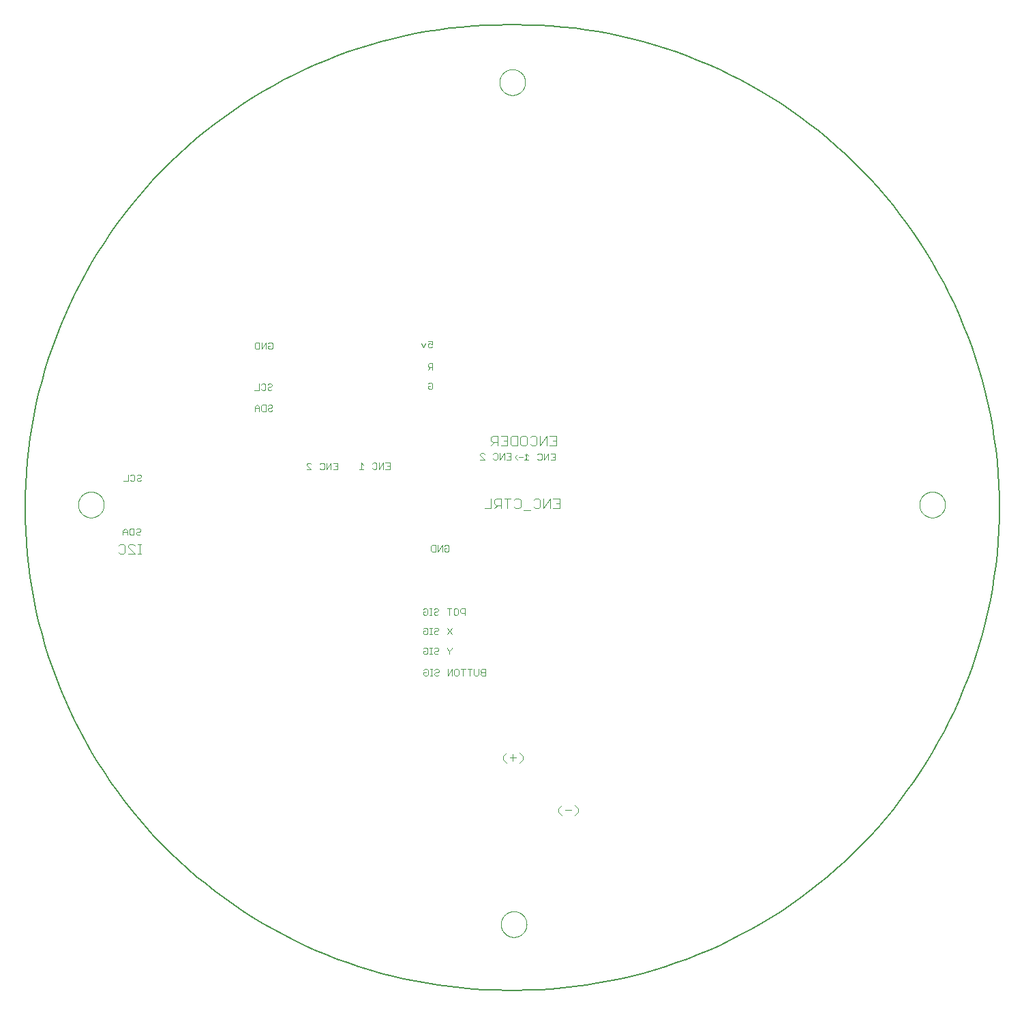
<source format=gbo>
G75*
%MOIN*%
%OFA0B0*%
%FSLAX25Y25*%
%IPPOS*%
%LPD*%
%AMOC8*
5,1,8,0,0,1.08239X$1,22.5*
%
%ADD10C,0.00600*%
%ADD11C,0.00000*%
%ADD12C,0.00300*%
%ADD13C,0.00400*%
D10*
X0237520Y0001300D02*
X0241457Y0001300D01*
X0477677Y0237520D02*
X0477608Y0243228D01*
X0477401Y0248933D01*
X0477056Y0254631D01*
X0476574Y0260319D01*
X0475955Y0265993D01*
X0475198Y0271651D01*
X0474305Y0277289D01*
X0473276Y0282904D01*
X0472112Y0288493D01*
X0470813Y0294051D01*
X0469380Y0299577D01*
X0467814Y0305066D01*
X0466116Y0310516D01*
X0464286Y0315923D01*
X0462327Y0321285D01*
X0460238Y0326597D01*
X0458022Y0331858D01*
X0455679Y0337063D01*
X0453211Y0342211D01*
X0450619Y0347297D01*
X0447906Y0352319D01*
X0445071Y0357274D01*
X0442118Y0362159D01*
X0439048Y0366972D01*
X0435862Y0371708D01*
X0432563Y0376367D01*
X0429152Y0380944D01*
X0425632Y0385437D01*
X0422004Y0389845D01*
X0418270Y0394163D01*
X0414434Y0398390D01*
X0410496Y0402522D01*
X0406459Y0406559D01*
X0402327Y0410497D01*
X0398100Y0414333D01*
X0393782Y0418067D01*
X0389374Y0421695D01*
X0384881Y0425215D01*
X0380304Y0428626D01*
X0375645Y0431925D01*
X0370909Y0435111D01*
X0366096Y0438181D01*
X0361211Y0441134D01*
X0356256Y0443969D01*
X0351234Y0446682D01*
X0346148Y0449274D01*
X0341000Y0451742D01*
X0335795Y0454085D01*
X0330534Y0456301D01*
X0325222Y0458390D01*
X0319860Y0460349D01*
X0314453Y0462179D01*
X0309003Y0463877D01*
X0303514Y0465443D01*
X0297988Y0466876D01*
X0292430Y0468175D01*
X0286841Y0469339D01*
X0281226Y0470368D01*
X0275588Y0471261D01*
X0269930Y0472018D01*
X0264256Y0472637D01*
X0258568Y0473119D01*
X0252870Y0473464D01*
X0247165Y0473671D01*
X0241457Y0473740D01*
X0241457Y0473741D02*
X0237520Y0473741D01*
X0001300Y0237520D02*
X0001369Y0231812D01*
X0001576Y0226107D01*
X0001921Y0220409D01*
X0002403Y0214721D01*
X0003022Y0209047D01*
X0003779Y0203389D01*
X0004672Y0197751D01*
X0005701Y0192136D01*
X0006865Y0186547D01*
X0008164Y0180989D01*
X0009597Y0175463D01*
X0011163Y0169974D01*
X0012861Y0164524D01*
X0014691Y0159117D01*
X0016650Y0153755D01*
X0018739Y0148443D01*
X0020955Y0143182D01*
X0023298Y0137977D01*
X0025766Y0132829D01*
X0028358Y0127743D01*
X0031071Y0122721D01*
X0033906Y0117766D01*
X0036859Y0112881D01*
X0039929Y0108068D01*
X0043115Y0103332D01*
X0046414Y0098673D01*
X0049825Y0094096D01*
X0053345Y0089603D01*
X0056973Y0085195D01*
X0060707Y0080877D01*
X0064543Y0076650D01*
X0068481Y0072518D01*
X0072518Y0068481D01*
X0076650Y0064543D01*
X0080877Y0060707D01*
X0085195Y0056973D01*
X0089603Y0053345D01*
X0094096Y0049825D01*
X0098673Y0046414D01*
X0103332Y0043115D01*
X0108068Y0039929D01*
X0112881Y0036859D01*
X0117766Y0033906D01*
X0122721Y0031071D01*
X0127743Y0028358D01*
X0132829Y0025766D01*
X0137977Y0023298D01*
X0143182Y0020955D01*
X0148443Y0018739D01*
X0153755Y0016650D01*
X0159117Y0014691D01*
X0164524Y0012861D01*
X0169974Y0011163D01*
X0175463Y0009597D01*
X0180989Y0008164D01*
X0186547Y0006865D01*
X0192136Y0005701D01*
X0197751Y0004672D01*
X0203389Y0003779D01*
X0209047Y0003022D01*
X0214721Y0002403D01*
X0220409Y0001921D01*
X0226107Y0001576D01*
X0231812Y0001369D01*
X0237520Y0001300D01*
X0001300Y0237520D02*
X0001369Y0243228D01*
X0001576Y0248933D01*
X0001921Y0254631D01*
X0002403Y0260319D01*
X0003022Y0265993D01*
X0003779Y0271651D01*
X0004672Y0277289D01*
X0005701Y0282904D01*
X0006865Y0288493D01*
X0008164Y0294051D01*
X0009597Y0299577D01*
X0011163Y0305066D01*
X0012861Y0310516D01*
X0014691Y0315923D01*
X0016650Y0321285D01*
X0018739Y0326597D01*
X0020955Y0331858D01*
X0023298Y0337063D01*
X0025766Y0342211D01*
X0028358Y0347297D01*
X0031071Y0352319D01*
X0033906Y0357274D01*
X0036859Y0362159D01*
X0039929Y0366972D01*
X0043115Y0371708D01*
X0046414Y0376367D01*
X0049825Y0380944D01*
X0053345Y0385437D01*
X0056973Y0389845D01*
X0060707Y0394163D01*
X0064543Y0398390D01*
X0068481Y0402522D01*
X0072518Y0406559D01*
X0076650Y0410497D01*
X0080877Y0414333D01*
X0085195Y0418067D01*
X0089603Y0421695D01*
X0094096Y0425215D01*
X0098673Y0428626D01*
X0103332Y0431925D01*
X0108068Y0435111D01*
X0112881Y0438181D01*
X0117766Y0441134D01*
X0122721Y0443969D01*
X0127743Y0446682D01*
X0132829Y0449274D01*
X0137977Y0451742D01*
X0143182Y0454085D01*
X0148443Y0456301D01*
X0153755Y0458390D01*
X0159117Y0460349D01*
X0164524Y0462179D01*
X0169974Y0463877D01*
X0175463Y0465443D01*
X0180989Y0466876D01*
X0186547Y0468175D01*
X0192136Y0469339D01*
X0197751Y0470368D01*
X0203389Y0471261D01*
X0209047Y0472018D01*
X0214721Y0472637D01*
X0220409Y0473119D01*
X0226107Y0473464D01*
X0231812Y0473671D01*
X0237520Y0473740D01*
X0477677Y0237520D02*
X0477608Y0231812D01*
X0477401Y0226107D01*
X0477056Y0220409D01*
X0476574Y0214721D01*
X0475955Y0209047D01*
X0475198Y0203389D01*
X0474305Y0197751D01*
X0473276Y0192136D01*
X0472112Y0186547D01*
X0470813Y0180989D01*
X0469380Y0175463D01*
X0467814Y0169974D01*
X0466116Y0164524D01*
X0464286Y0159117D01*
X0462327Y0153755D01*
X0460238Y0148443D01*
X0458022Y0143182D01*
X0455679Y0137977D01*
X0453211Y0132829D01*
X0450619Y0127743D01*
X0447906Y0122721D01*
X0445071Y0117766D01*
X0442118Y0112881D01*
X0439048Y0108068D01*
X0435862Y0103332D01*
X0432563Y0098673D01*
X0429152Y0094096D01*
X0425632Y0089603D01*
X0422004Y0085195D01*
X0418270Y0080877D01*
X0414434Y0076650D01*
X0410496Y0072518D01*
X0406459Y0068481D01*
X0402327Y0064543D01*
X0398100Y0060707D01*
X0393782Y0056973D01*
X0389374Y0053345D01*
X0384881Y0049825D01*
X0380304Y0046414D01*
X0375645Y0043115D01*
X0370909Y0039929D01*
X0366096Y0036859D01*
X0361211Y0033906D01*
X0356256Y0031071D01*
X0351234Y0028358D01*
X0346148Y0025766D01*
X0341000Y0023298D01*
X0335795Y0020955D01*
X0330534Y0018739D01*
X0325222Y0016650D01*
X0319860Y0014691D01*
X0314453Y0012861D01*
X0309003Y0011163D01*
X0303514Y0009597D01*
X0297988Y0008164D01*
X0292430Y0006865D01*
X0286841Y0005701D01*
X0281226Y0004672D01*
X0275588Y0003779D01*
X0269930Y0003022D01*
X0264256Y0002403D01*
X0258568Y0001921D01*
X0252870Y0001576D01*
X0247165Y0001369D01*
X0241457Y0001300D01*
D11*
X0233977Y0033583D02*
X0233979Y0033741D01*
X0233985Y0033899D01*
X0233995Y0034057D01*
X0234009Y0034215D01*
X0234027Y0034372D01*
X0234048Y0034529D01*
X0234074Y0034685D01*
X0234104Y0034841D01*
X0234137Y0034996D01*
X0234175Y0035149D01*
X0234216Y0035302D01*
X0234261Y0035454D01*
X0234310Y0035605D01*
X0234363Y0035754D01*
X0234419Y0035902D01*
X0234479Y0036048D01*
X0234543Y0036193D01*
X0234611Y0036336D01*
X0234682Y0036478D01*
X0234756Y0036618D01*
X0234834Y0036755D01*
X0234916Y0036891D01*
X0235000Y0037025D01*
X0235089Y0037156D01*
X0235180Y0037285D01*
X0235275Y0037412D01*
X0235372Y0037537D01*
X0235473Y0037659D01*
X0235577Y0037778D01*
X0235684Y0037895D01*
X0235794Y0038009D01*
X0235907Y0038120D01*
X0236022Y0038229D01*
X0236140Y0038334D01*
X0236261Y0038436D01*
X0236384Y0038536D01*
X0236510Y0038632D01*
X0236638Y0038725D01*
X0236768Y0038815D01*
X0236901Y0038901D01*
X0237036Y0038985D01*
X0237172Y0039064D01*
X0237311Y0039141D01*
X0237452Y0039213D01*
X0237594Y0039283D01*
X0237738Y0039348D01*
X0237884Y0039410D01*
X0238031Y0039468D01*
X0238180Y0039523D01*
X0238330Y0039574D01*
X0238481Y0039621D01*
X0238633Y0039664D01*
X0238786Y0039703D01*
X0238941Y0039739D01*
X0239096Y0039770D01*
X0239252Y0039798D01*
X0239408Y0039822D01*
X0239565Y0039842D01*
X0239723Y0039858D01*
X0239880Y0039870D01*
X0240039Y0039878D01*
X0240197Y0039882D01*
X0240355Y0039882D01*
X0240513Y0039878D01*
X0240672Y0039870D01*
X0240829Y0039858D01*
X0240987Y0039842D01*
X0241144Y0039822D01*
X0241300Y0039798D01*
X0241456Y0039770D01*
X0241611Y0039739D01*
X0241766Y0039703D01*
X0241919Y0039664D01*
X0242071Y0039621D01*
X0242222Y0039574D01*
X0242372Y0039523D01*
X0242521Y0039468D01*
X0242668Y0039410D01*
X0242814Y0039348D01*
X0242958Y0039283D01*
X0243100Y0039213D01*
X0243241Y0039141D01*
X0243380Y0039064D01*
X0243516Y0038985D01*
X0243651Y0038901D01*
X0243784Y0038815D01*
X0243914Y0038725D01*
X0244042Y0038632D01*
X0244168Y0038536D01*
X0244291Y0038436D01*
X0244412Y0038334D01*
X0244530Y0038229D01*
X0244645Y0038120D01*
X0244758Y0038009D01*
X0244868Y0037895D01*
X0244975Y0037778D01*
X0245079Y0037659D01*
X0245180Y0037537D01*
X0245277Y0037412D01*
X0245372Y0037285D01*
X0245463Y0037156D01*
X0245552Y0037025D01*
X0245636Y0036891D01*
X0245718Y0036755D01*
X0245796Y0036618D01*
X0245870Y0036478D01*
X0245941Y0036336D01*
X0246009Y0036193D01*
X0246073Y0036048D01*
X0246133Y0035902D01*
X0246189Y0035754D01*
X0246242Y0035605D01*
X0246291Y0035454D01*
X0246336Y0035302D01*
X0246377Y0035149D01*
X0246415Y0034996D01*
X0246448Y0034841D01*
X0246478Y0034685D01*
X0246504Y0034529D01*
X0246525Y0034372D01*
X0246543Y0034215D01*
X0246557Y0034057D01*
X0246567Y0033899D01*
X0246573Y0033741D01*
X0246575Y0033583D01*
X0246573Y0033425D01*
X0246567Y0033267D01*
X0246557Y0033109D01*
X0246543Y0032951D01*
X0246525Y0032794D01*
X0246504Y0032637D01*
X0246478Y0032481D01*
X0246448Y0032325D01*
X0246415Y0032170D01*
X0246377Y0032017D01*
X0246336Y0031864D01*
X0246291Y0031712D01*
X0246242Y0031561D01*
X0246189Y0031412D01*
X0246133Y0031264D01*
X0246073Y0031118D01*
X0246009Y0030973D01*
X0245941Y0030830D01*
X0245870Y0030688D01*
X0245796Y0030548D01*
X0245718Y0030411D01*
X0245636Y0030275D01*
X0245552Y0030141D01*
X0245463Y0030010D01*
X0245372Y0029881D01*
X0245277Y0029754D01*
X0245180Y0029629D01*
X0245079Y0029507D01*
X0244975Y0029388D01*
X0244868Y0029271D01*
X0244758Y0029157D01*
X0244645Y0029046D01*
X0244530Y0028937D01*
X0244412Y0028832D01*
X0244291Y0028730D01*
X0244168Y0028630D01*
X0244042Y0028534D01*
X0243914Y0028441D01*
X0243784Y0028351D01*
X0243651Y0028265D01*
X0243516Y0028181D01*
X0243380Y0028102D01*
X0243241Y0028025D01*
X0243100Y0027953D01*
X0242958Y0027883D01*
X0242814Y0027818D01*
X0242668Y0027756D01*
X0242521Y0027698D01*
X0242372Y0027643D01*
X0242222Y0027592D01*
X0242071Y0027545D01*
X0241919Y0027502D01*
X0241766Y0027463D01*
X0241611Y0027427D01*
X0241456Y0027396D01*
X0241300Y0027368D01*
X0241144Y0027344D01*
X0240987Y0027324D01*
X0240829Y0027308D01*
X0240672Y0027296D01*
X0240513Y0027288D01*
X0240355Y0027284D01*
X0240197Y0027284D01*
X0240039Y0027288D01*
X0239880Y0027296D01*
X0239723Y0027308D01*
X0239565Y0027324D01*
X0239408Y0027344D01*
X0239252Y0027368D01*
X0239096Y0027396D01*
X0238941Y0027427D01*
X0238786Y0027463D01*
X0238633Y0027502D01*
X0238481Y0027545D01*
X0238330Y0027592D01*
X0238180Y0027643D01*
X0238031Y0027698D01*
X0237884Y0027756D01*
X0237738Y0027818D01*
X0237594Y0027883D01*
X0237452Y0027953D01*
X0237311Y0028025D01*
X0237172Y0028102D01*
X0237036Y0028181D01*
X0236901Y0028265D01*
X0236768Y0028351D01*
X0236638Y0028441D01*
X0236510Y0028534D01*
X0236384Y0028630D01*
X0236261Y0028730D01*
X0236140Y0028832D01*
X0236022Y0028937D01*
X0235907Y0029046D01*
X0235794Y0029157D01*
X0235684Y0029271D01*
X0235577Y0029388D01*
X0235473Y0029507D01*
X0235372Y0029629D01*
X0235275Y0029754D01*
X0235180Y0029881D01*
X0235089Y0030010D01*
X0235000Y0030141D01*
X0234916Y0030275D01*
X0234834Y0030411D01*
X0234756Y0030548D01*
X0234682Y0030688D01*
X0234611Y0030830D01*
X0234543Y0030973D01*
X0234479Y0031118D01*
X0234419Y0031264D01*
X0234363Y0031412D01*
X0234310Y0031561D01*
X0234261Y0031712D01*
X0234216Y0031864D01*
X0234175Y0032017D01*
X0234137Y0032170D01*
X0234104Y0032325D01*
X0234074Y0032481D01*
X0234048Y0032637D01*
X0234027Y0032794D01*
X0234009Y0032951D01*
X0233995Y0033109D01*
X0233985Y0033267D01*
X0233979Y0033425D01*
X0233977Y0033583D01*
X0027284Y0238898D02*
X0027286Y0239056D01*
X0027292Y0239214D01*
X0027302Y0239372D01*
X0027316Y0239530D01*
X0027334Y0239687D01*
X0027355Y0239844D01*
X0027381Y0240000D01*
X0027411Y0240156D01*
X0027444Y0240311D01*
X0027482Y0240464D01*
X0027523Y0240617D01*
X0027568Y0240769D01*
X0027617Y0240920D01*
X0027670Y0241069D01*
X0027726Y0241217D01*
X0027786Y0241363D01*
X0027850Y0241508D01*
X0027918Y0241651D01*
X0027989Y0241793D01*
X0028063Y0241933D01*
X0028141Y0242070D01*
X0028223Y0242206D01*
X0028307Y0242340D01*
X0028396Y0242471D01*
X0028487Y0242600D01*
X0028582Y0242727D01*
X0028679Y0242852D01*
X0028780Y0242974D01*
X0028884Y0243093D01*
X0028991Y0243210D01*
X0029101Y0243324D01*
X0029214Y0243435D01*
X0029329Y0243544D01*
X0029447Y0243649D01*
X0029568Y0243751D01*
X0029691Y0243851D01*
X0029817Y0243947D01*
X0029945Y0244040D01*
X0030075Y0244130D01*
X0030208Y0244216D01*
X0030343Y0244300D01*
X0030479Y0244379D01*
X0030618Y0244456D01*
X0030759Y0244528D01*
X0030901Y0244598D01*
X0031045Y0244663D01*
X0031191Y0244725D01*
X0031338Y0244783D01*
X0031487Y0244838D01*
X0031637Y0244889D01*
X0031788Y0244936D01*
X0031940Y0244979D01*
X0032093Y0245018D01*
X0032248Y0245054D01*
X0032403Y0245085D01*
X0032559Y0245113D01*
X0032715Y0245137D01*
X0032872Y0245157D01*
X0033030Y0245173D01*
X0033187Y0245185D01*
X0033346Y0245193D01*
X0033504Y0245197D01*
X0033662Y0245197D01*
X0033820Y0245193D01*
X0033979Y0245185D01*
X0034136Y0245173D01*
X0034294Y0245157D01*
X0034451Y0245137D01*
X0034607Y0245113D01*
X0034763Y0245085D01*
X0034918Y0245054D01*
X0035073Y0245018D01*
X0035226Y0244979D01*
X0035378Y0244936D01*
X0035529Y0244889D01*
X0035679Y0244838D01*
X0035828Y0244783D01*
X0035975Y0244725D01*
X0036121Y0244663D01*
X0036265Y0244598D01*
X0036407Y0244528D01*
X0036548Y0244456D01*
X0036687Y0244379D01*
X0036823Y0244300D01*
X0036958Y0244216D01*
X0037091Y0244130D01*
X0037221Y0244040D01*
X0037349Y0243947D01*
X0037475Y0243851D01*
X0037598Y0243751D01*
X0037719Y0243649D01*
X0037837Y0243544D01*
X0037952Y0243435D01*
X0038065Y0243324D01*
X0038175Y0243210D01*
X0038282Y0243093D01*
X0038386Y0242974D01*
X0038487Y0242852D01*
X0038584Y0242727D01*
X0038679Y0242600D01*
X0038770Y0242471D01*
X0038859Y0242340D01*
X0038943Y0242206D01*
X0039025Y0242070D01*
X0039103Y0241933D01*
X0039177Y0241793D01*
X0039248Y0241651D01*
X0039316Y0241508D01*
X0039380Y0241363D01*
X0039440Y0241217D01*
X0039496Y0241069D01*
X0039549Y0240920D01*
X0039598Y0240769D01*
X0039643Y0240617D01*
X0039684Y0240464D01*
X0039722Y0240311D01*
X0039755Y0240156D01*
X0039785Y0240000D01*
X0039811Y0239844D01*
X0039832Y0239687D01*
X0039850Y0239530D01*
X0039864Y0239372D01*
X0039874Y0239214D01*
X0039880Y0239056D01*
X0039882Y0238898D01*
X0039880Y0238740D01*
X0039874Y0238582D01*
X0039864Y0238424D01*
X0039850Y0238266D01*
X0039832Y0238109D01*
X0039811Y0237952D01*
X0039785Y0237796D01*
X0039755Y0237640D01*
X0039722Y0237485D01*
X0039684Y0237332D01*
X0039643Y0237179D01*
X0039598Y0237027D01*
X0039549Y0236876D01*
X0039496Y0236727D01*
X0039440Y0236579D01*
X0039380Y0236433D01*
X0039316Y0236288D01*
X0039248Y0236145D01*
X0039177Y0236003D01*
X0039103Y0235863D01*
X0039025Y0235726D01*
X0038943Y0235590D01*
X0038859Y0235456D01*
X0038770Y0235325D01*
X0038679Y0235196D01*
X0038584Y0235069D01*
X0038487Y0234944D01*
X0038386Y0234822D01*
X0038282Y0234703D01*
X0038175Y0234586D01*
X0038065Y0234472D01*
X0037952Y0234361D01*
X0037837Y0234252D01*
X0037719Y0234147D01*
X0037598Y0234045D01*
X0037475Y0233945D01*
X0037349Y0233849D01*
X0037221Y0233756D01*
X0037091Y0233666D01*
X0036958Y0233580D01*
X0036823Y0233496D01*
X0036687Y0233417D01*
X0036548Y0233340D01*
X0036407Y0233268D01*
X0036265Y0233198D01*
X0036121Y0233133D01*
X0035975Y0233071D01*
X0035828Y0233013D01*
X0035679Y0232958D01*
X0035529Y0232907D01*
X0035378Y0232860D01*
X0035226Y0232817D01*
X0035073Y0232778D01*
X0034918Y0232742D01*
X0034763Y0232711D01*
X0034607Y0232683D01*
X0034451Y0232659D01*
X0034294Y0232639D01*
X0034136Y0232623D01*
X0033979Y0232611D01*
X0033820Y0232603D01*
X0033662Y0232599D01*
X0033504Y0232599D01*
X0033346Y0232603D01*
X0033187Y0232611D01*
X0033030Y0232623D01*
X0032872Y0232639D01*
X0032715Y0232659D01*
X0032559Y0232683D01*
X0032403Y0232711D01*
X0032248Y0232742D01*
X0032093Y0232778D01*
X0031940Y0232817D01*
X0031788Y0232860D01*
X0031637Y0232907D01*
X0031487Y0232958D01*
X0031338Y0233013D01*
X0031191Y0233071D01*
X0031045Y0233133D01*
X0030901Y0233198D01*
X0030759Y0233268D01*
X0030618Y0233340D01*
X0030479Y0233417D01*
X0030343Y0233496D01*
X0030208Y0233580D01*
X0030075Y0233666D01*
X0029945Y0233756D01*
X0029817Y0233849D01*
X0029691Y0233945D01*
X0029568Y0234045D01*
X0029447Y0234147D01*
X0029329Y0234252D01*
X0029214Y0234361D01*
X0029101Y0234472D01*
X0028991Y0234586D01*
X0028884Y0234703D01*
X0028780Y0234822D01*
X0028679Y0234944D01*
X0028582Y0235069D01*
X0028487Y0235196D01*
X0028396Y0235325D01*
X0028307Y0235456D01*
X0028223Y0235590D01*
X0028141Y0235726D01*
X0028063Y0235863D01*
X0027989Y0236003D01*
X0027918Y0236145D01*
X0027850Y0236288D01*
X0027786Y0236433D01*
X0027726Y0236579D01*
X0027670Y0236727D01*
X0027617Y0236876D01*
X0027568Y0237027D01*
X0027523Y0237179D01*
X0027482Y0237332D01*
X0027444Y0237485D01*
X0027411Y0237640D01*
X0027381Y0237796D01*
X0027355Y0237952D01*
X0027334Y0238109D01*
X0027316Y0238266D01*
X0027302Y0238424D01*
X0027292Y0238582D01*
X0027286Y0238740D01*
X0027284Y0238898D01*
X0233288Y0445591D02*
X0233290Y0445749D01*
X0233296Y0445907D01*
X0233306Y0446065D01*
X0233320Y0446223D01*
X0233338Y0446380D01*
X0233359Y0446537D01*
X0233385Y0446693D01*
X0233415Y0446849D01*
X0233448Y0447004D01*
X0233486Y0447157D01*
X0233527Y0447310D01*
X0233572Y0447462D01*
X0233621Y0447613D01*
X0233674Y0447762D01*
X0233730Y0447910D01*
X0233790Y0448056D01*
X0233854Y0448201D01*
X0233922Y0448344D01*
X0233993Y0448486D01*
X0234067Y0448626D01*
X0234145Y0448763D01*
X0234227Y0448899D01*
X0234311Y0449033D01*
X0234400Y0449164D01*
X0234491Y0449293D01*
X0234586Y0449420D01*
X0234683Y0449545D01*
X0234784Y0449667D01*
X0234888Y0449786D01*
X0234995Y0449903D01*
X0235105Y0450017D01*
X0235218Y0450128D01*
X0235333Y0450237D01*
X0235451Y0450342D01*
X0235572Y0450444D01*
X0235695Y0450544D01*
X0235821Y0450640D01*
X0235949Y0450733D01*
X0236079Y0450823D01*
X0236212Y0450909D01*
X0236347Y0450993D01*
X0236483Y0451072D01*
X0236622Y0451149D01*
X0236763Y0451221D01*
X0236905Y0451291D01*
X0237049Y0451356D01*
X0237195Y0451418D01*
X0237342Y0451476D01*
X0237491Y0451531D01*
X0237641Y0451582D01*
X0237792Y0451629D01*
X0237944Y0451672D01*
X0238097Y0451711D01*
X0238252Y0451747D01*
X0238407Y0451778D01*
X0238563Y0451806D01*
X0238719Y0451830D01*
X0238876Y0451850D01*
X0239034Y0451866D01*
X0239191Y0451878D01*
X0239350Y0451886D01*
X0239508Y0451890D01*
X0239666Y0451890D01*
X0239824Y0451886D01*
X0239983Y0451878D01*
X0240140Y0451866D01*
X0240298Y0451850D01*
X0240455Y0451830D01*
X0240611Y0451806D01*
X0240767Y0451778D01*
X0240922Y0451747D01*
X0241077Y0451711D01*
X0241230Y0451672D01*
X0241382Y0451629D01*
X0241533Y0451582D01*
X0241683Y0451531D01*
X0241832Y0451476D01*
X0241979Y0451418D01*
X0242125Y0451356D01*
X0242269Y0451291D01*
X0242411Y0451221D01*
X0242552Y0451149D01*
X0242691Y0451072D01*
X0242827Y0450993D01*
X0242962Y0450909D01*
X0243095Y0450823D01*
X0243225Y0450733D01*
X0243353Y0450640D01*
X0243479Y0450544D01*
X0243602Y0450444D01*
X0243723Y0450342D01*
X0243841Y0450237D01*
X0243956Y0450128D01*
X0244069Y0450017D01*
X0244179Y0449903D01*
X0244286Y0449786D01*
X0244390Y0449667D01*
X0244491Y0449545D01*
X0244588Y0449420D01*
X0244683Y0449293D01*
X0244774Y0449164D01*
X0244863Y0449033D01*
X0244947Y0448899D01*
X0245029Y0448763D01*
X0245107Y0448626D01*
X0245181Y0448486D01*
X0245252Y0448344D01*
X0245320Y0448201D01*
X0245384Y0448056D01*
X0245444Y0447910D01*
X0245500Y0447762D01*
X0245553Y0447613D01*
X0245602Y0447462D01*
X0245647Y0447310D01*
X0245688Y0447157D01*
X0245726Y0447004D01*
X0245759Y0446849D01*
X0245789Y0446693D01*
X0245815Y0446537D01*
X0245836Y0446380D01*
X0245854Y0446223D01*
X0245868Y0446065D01*
X0245878Y0445907D01*
X0245884Y0445749D01*
X0245886Y0445591D01*
X0245884Y0445433D01*
X0245878Y0445275D01*
X0245868Y0445117D01*
X0245854Y0444959D01*
X0245836Y0444802D01*
X0245815Y0444645D01*
X0245789Y0444489D01*
X0245759Y0444333D01*
X0245726Y0444178D01*
X0245688Y0444025D01*
X0245647Y0443872D01*
X0245602Y0443720D01*
X0245553Y0443569D01*
X0245500Y0443420D01*
X0245444Y0443272D01*
X0245384Y0443126D01*
X0245320Y0442981D01*
X0245252Y0442838D01*
X0245181Y0442696D01*
X0245107Y0442556D01*
X0245029Y0442419D01*
X0244947Y0442283D01*
X0244863Y0442149D01*
X0244774Y0442018D01*
X0244683Y0441889D01*
X0244588Y0441762D01*
X0244491Y0441637D01*
X0244390Y0441515D01*
X0244286Y0441396D01*
X0244179Y0441279D01*
X0244069Y0441165D01*
X0243956Y0441054D01*
X0243841Y0440945D01*
X0243723Y0440840D01*
X0243602Y0440738D01*
X0243479Y0440638D01*
X0243353Y0440542D01*
X0243225Y0440449D01*
X0243095Y0440359D01*
X0242962Y0440273D01*
X0242827Y0440189D01*
X0242691Y0440110D01*
X0242552Y0440033D01*
X0242411Y0439961D01*
X0242269Y0439891D01*
X0242125Y0439826D01*
X0241979Y0439764D01*
X0241832Y0439706D01*
X0241683Y0439651D01*
X0241533Y0439600D01*
X0241382Y0439553D01*
X0241230Y0439510D01*
X0241077Y0439471D01*
X0240922Y0439435D01*
X0240767Y0439404D01*
X0240611Y0439376D01*
X0240455Y0439352D01*
X0240298Y0439332D01*
X0240140Y0439316D01*
X0239983Y0439304D01*
X0239824Y0439296D01*
X0239666Y0439292D01*
X0239508Y0439292D01*
X0239350Y0439296D01*
X0239191Y0439304D01*
X0239034Y0439316D01*
X0238876Y0439332D01*
X0238719Y0439352D01*
X0238563Y0439376D01*
X0238407Y0439404D01*
X0238252Y0439435D01*
X0238097Y0439471D01*
X0237944Y0439510D01*
X0237792Y0439553D01*
X0237641Y0439600D01*
X0237491Y0439651D01*
X0237342Y0439706D01*
X0237195Y0439764D01*
X0237049Y0439826D01*
X0236905Y0439891D01*
X0236763Y0439961D01*
X0236622Y0440033D01*
X0236483Y0440110D01*
X0236347Y0440189D01*
X0236212Y0440273D01*
X0236079Y0440359D01*
X0235949Y0440449D01*
X0235821Y0440542D01*
X0235695Y0440638D01*
X0235572Y0440738D01*
X0235451Y0440840D01*
X0235333Y0440945D01*
X0235218Y0441054D01*
X0235105Y0441165D01*
X0234995Y0441279D01*
X0234888Y0441396D01*
X0234784Y0441515D01*
X0234683Y0441637D01*
X0234586Y0441762D01*
X0234491Y0441889D01*
X0234400Y0442018D01*
X0234311Y0442149D01*
X0234227Y0442283D01*
X0234145Y0442419D01*
X0234067Y0442556D01*
X0233993Y0442696D01*
X0233922Y0442838D01*
X0233854Y0442981D01*
X0233790Y0443126D01*
X0233730Y0443272D01*
X0233674Y0443420D01*
X0233621Y0443569D01*
X0233572Y0443720D01*
X0233527Y0443872D01*
X0233486Y0444025D01*
X0233448Y0444178D01*
X0233415Y0444333D01*
X0233385Y0444489D01*
X0233359Y0444645D01*
X0233338Y0444802D01*
X0233320Y0444959D01*
X0233306Y0445117D01*
X0233296Y0445275D01*
X0233290Y0445433D01*
X0233288Y0445591D01*
X0438603Y0238898D02*
X0438605Y0239056D01*
X0438611Y0239214D01*
X0438621Y0239372D01*
X0438635Y0239530D01*
X0438653Y0239687D01*
X0438674Y0239844D01*
X0438700Y0240000D01*
X0438730Y0240156D01*
X0438763Y0240311D01*
X0438801Y0240464D01*
X0438842Y0240617D01*
X0438887Y0240769D01*
X0438936Y0240920D01*
X0438989Y0241069D01*
X0439045Y0241217D01*
X0439105Y0241363D01*
X0439169Y0241508D01*
X0439237Y0241651D01*
X0439308Y0241793D01*
X0439382Y0241933D01*
X0439460Y0242070D01*
X0439542Y0242206D01*
X0439626Y0242340D01*
X0439715Y0242471D01*
X0439806Y0242600D01*
X0439901Y0242727D01*
X0439998Y0242852D01*
X0440099Y0242974D01*
X0440203Y0243093D01*
X0440310Y0243210D01*
X0440420Y0243324D01*
X0440533Y0243435D01*
X0440648Y0243544D01*
X0440766Y0243649D01*
X0440887Y0243751D01*
X0441010Y0243851D01*
X0441136Y0243947D01*
X0441264Y0244040D01*
X0441394Y0244130D01*
X0441527Y0244216D01*
X0441662Y0244300D01*
X0441798Y0244379D01*
X0441937Y0244456D01*
X0442078Y0244528D01*
X0442220Y0244598D01*
X0442364Y0244663D01*
X0442510Y0244725D01*
X0442657Y0244783D01*
X0442806Y0244838D01*
X0442956Y0244889D01*
X0443107Y0244936D01*
X0443259Y0244979D01*
X0443412Y0245018D01*
X0443567Y0245054D01*
X0443722Y0245085D01*
X0443878Y0245113D01*
X0444034Y0245137D01*
X0444191Y0245157D01*
X0444349Y0245173D01*
X0444506Y0245185D01*
X0444665Y0245193D01*
X0444823Y0245197D01*
X0444981Y0245197D01*
X0445139Y0245193D01*
X0445298Y0245185D01*
X0445455Y0245173D01*
X0445613Y0245157D01*
X0445770Y0245137D01*
X0445926Y0245113D01*
X0446082Y0245085D01*
X0446237Y0245054D01*
X0446392Y0245018D01*
X0446545Y0244979D01*
X0446697Y0244936D01*
X0446848Y0244889D01*
X0446998Y0244838D01*
X0447147Y0244783D01*
X0447294Y0244725D01*
X0447440Y0244663D01*
X0447584Y0244598D01*
X0447726Y0244528D01*
X0447867Y0244456D01*
X0448006Y0244379D01*
X0448142Y0244300D01*
X0448277Y0244216D01*
X0448410Y0244130D01*
X0448540Y0244040D01*
X0448668Y0243947D01*
X0448794Y0243851D01*
X0448917Y0243751D01*
X0449038Y0243649D01*
X0449156Y0243544D01*
X0449271Y0243435D01*
X0449384Y0243324D01*
X0449494Y0243210D01*
X0449601Y0243093D01*
X0449705Y0242974D01*
X0449806Y0242852D01*
X0449903Y0242727D01*
X0449998Y0242600D01*
X0450089Y0242471D01*
X0450178Y0242340D01*
X0450262Y0242206D01*
X0450344Y0242070D01*
X0450422Y0241933D01*
X0450496Y0241793D01*
X0450567Y0241651D01*
X0450635Y0241508D01*
X0450699Y0241363D01*
X0450759Y0241217D01*
X0450815Y0241069D01*
X0450868Y0240920D01*
X0450917Y0240769D01*
X0450962Y0240617D01*
X0451003Y0240464D01*
X0451041Y0240311D01*
X0451074Y0240156D01*
X0451104Y0240000D01*
X0451130Y0239844D01*
X0451151Y0239687D01*
X0451169Y0239530D01*
X0451183Y0239372D01*
X0451193Y0239214D01*
X0451199Y0239056D01*
X0451201Y0238898D01*
X0451199Y0238740D01*
X0451193Y0238582D01*
X0451183Y0238424D01*
X0451169Y0238266D01*
X0451151Y0238109D01*
X0451130Y0237952D01*
X0451104Y0237796D01*
X0451074Y0237640D01*
X0451041Y0237485D01*
X0451003Y0237332D01*
X0450962Y0237179D01*
X0450917Y0237027D01*
X0450868Y0236876D01*
X0450815Y0236727D01*
X0450759Y0236579D01*
X0450699Y0236433D01*
X0450635Y0236288D01*
X0450567Y0236145D01*
X0450496Y0236003D01*
X0450422Y0235863D01*
X0450344Y0235726D01*
X0450262Y0235590D01*
X0450178Y0235456D01*
X0450089Y0235325D01*
X0449998Y0235196D01*
X0449903Y0235069D01*
X0449806Y0234944D01*
X0449705Y0234822D01*
X0449601Y0234703D01*
X0449494Y0234586D01*
X0449384Y0234472D01*
X0449271Y0234361D01*
X0449156Y0234252D01*
X0449038Y0234147D01*
X0448917Y0234045D01*
X0448794Y0233945D01*
X0448668Y0233849D01*
X0448540Y0233756D01*
X0448410Y0233666D01*
X0448277Y0233580D01*
X0448142Y0233496D01*
X0448006Y0233417D01*
X0447867Y0233340D01*
X0447726Y0233268D01*
X0447584Y0233198D01*
X0447440Y0233133D01*
X0447294Y0233071D01*
X0447147Y0233013D01*
X0446998Y0232958D01*
X0446848Y0232907D01*
X0446697Y0232860D01*
X0446545Y0232817D01*
X0446392Y0232778D01*
X0446237Y0232742D01*
X0446082Y0232711D01*
X0445926Y0232683D01*
X0445770Y0232659D01*
X0445613Y0232639D01*
X0445455Y0232623D01*
X0445298Y0232611D01*
X0445139Y0232603D01*
X0444981Y0232599D01*
X0444823Y0232599D01*
X0444665Y0232603D01*
X0444506Y0232611D01*
X0444349Y0232623D01*
X0444191Y0232639D01*
X0444034Y0232659D01*
X0443878Y0232683D01*
X0443722Y0232711D01*
X0443567Y0232742D01*
X0443412Y0232778D01*
X0443259Y0232817D01*
X0443107Y0232860D01*
X0442956Y0232907D01*
X0442806Y0232958D01*
X0442657Y0233013D01*
X0442510Y0233071D01*
X0442364Y0233133D01*
X0442220Y0233198D01*
X0442078Y0233268D01*
X0441937Y0233340D01*
X0441798Y0233417D01*
X0441662Y0233496D01*
X0441527Y0233580D01*
X0441394Y0233666D01*
X0441264Y0233756D01*
X0441136Y0233849D01*
X0441010Y0233945D01*
X0440887Y0234045D01*
X0440766Y0234147D01*
X0440648Y0234252D01*
X0440533Y0234361D01*
X0440420Y0234472D01*
X0440310Y0234586D01*
X0440203Y0234703D01*
X0440099Y0234822D01*
X0439998Y0234944D01*
X0439901Y0235069D01*
X0439806Y0235196D01*
X0439715Y0235325D01*
X0439626Y0235456D01*
X0439542Y0235590D01*
X0439460Y0235726D01*
X0439382Y0235863D01*
X0439308Y0236003D01*
X0439237Y0236145D01*
X0439169Y0236288D01*
X0439105Y0236433D01*
X0439045Y0236579D01*
X0438989Y0236727D01*
X0438936Y0236876D01*
X0438887Y0237027D01*
X0438842Y0237179D01*
X0438801Y0237332D01*
X0438763Y0237485D01*
X0438730Y0237640D01*
X0438700Y0237796D01*
X0438674Y0237952D01*
X0438653Y0238109D01*
X0438635Y0238266D01*
X0438621Y0238424D01*
X0438611Y0238582D01*
X0438605Y0238740D01*
X0438603Y0238898D01*
D12*
X0196183Y0156792D02*
X0196183Y0155724D01*
X0196717Y0155190D01*
X0197784Y0155190D01*
X0198318Y0155724D01*
X0198318Y0157859D01*
X0197784Y0158393D01*
X0196717Y0158393D01*
X0196183Y0157859D01*
X0196183Y0156792D02*
X0197250Y0156792D01*
X0199399Y0158393D02*
X0200466Y0158393D01*
X0199933Y0158393D02*
X0199933Y0155190D01*
X0200466Y0155190D02*
X0199399Y0155190D01*
X0201554Y0155724D02*
X0202088Y0155190D01*
X0203155Y0155190D01*
X0203689Y0155724D01*
X0203155Y0156792D02*
X0202088Y0156792D01*
X0201554Y0156258D01*
X0201554Y0155724D01*
X0203155Y0156792D02*
X0203689Y0157325D01*
X0203689Y0157859D01*
X0203155Y0158393D01*
X0202088Y0158393D01*
X0201554Y0157859D01*
X0208000Y0158393D02*
X0208000Y0155190D01*
X0210135Y0158393D01*
X0210135Y0155190D01*
X0211222Y0155724D02*
X0211222Y0157859D01*
X0211756Y0158393D01*
X0212824Y0158393D01*
X0213357Y0157859D01*
X0213357Y0155724D01*
X0212824Y0155190D01*
X0211756Y0155190D01*
X0211222Y0155724D01*
X0214445Y0158393D02*
X0216580Y0158393D01*
X0215513Y0158393D02*
X0215513Y0155190D01*
X0218735Y0155190D02*
X0218735Y0158393D01*
X0217668Y0158393D02*
X0219803Y0158393D01*
X0220891Y0158393D02*
X0220891Y0155724D01*
X0221424Y0155190D01*
X0222492Y0155190D01*
X0223026Y0155724D01*
X0223026Y0158393D01*
X0224113Y0157859D02*
X0224113Y0157325D01*
X0224647Y0156792D01*
X0226248Y0156792D01*
X0226248Y0158393D02*
X0224647Y0158393D01*
X0224113Y0157859D01*
X0224647Y0156792D02*
X0224113Y0156258D01*
X0224113Y0155724D01*
X0224647Y0155190D01*
X0226248Y0155190D01*
X0226248Y0158393D01*
X0208852Y0165722D02*
X0208852Y0167323D01*
X0207785Y0168391D01*
X0207785Y0168924D01*
X0208852Y0167323D02*
X0209920Y0168391D01*
X0209920Y0168924D01*
X0203474Y0168391D02*
X0203474Y0167857D01*
X0202940Y0167323D01*
X0201873Y0167323D01*
X0201339Y0166789D01*
X0201339Y0166255D01*
X0201873Y0165722D01*
X0202940Y0165722D01*
X0203474Y0166255D01*
X0203474Y0168391D02*
X0202940Y0168924D01*
X0201873Y0168924D01*
X0201339Y0168391D01*
X0200251Y0168924D02*
X0199184Y0168924D01*
X0199718Y0168924D02*
X0199718Y0165722D01*
X0200251Y0165722D02*
X0199184Y0165722D01*
X0198103Y0166255D02*
X0197569Y0165722D01*
X0196502Y0165722D01*
X0195968Y0166255D01*
X0195968Y0167323D01*
X0197035Y0167323D01*
X0195968Y0168391D02*
X0196502Y0168924D01*
X0197569Y0168924D01*
X0198103Y0168391D01*
X0198103Y0166255D01*
X0197569Y0175466D02*
X0196502Y0175466D01*
X0195968Y0176000D01*
X0195968Y0177067D01*
X0197035Y0177067D01*
X0195968Y0178135D02*
X0196502Y0178668D01*
X0197569Y0178668D01*
X0198103Y0178135D01*
X0198103Y0176000D01*
X0197569Y0175466D01*
X0199184Y0175466D02*
X0200251Y0175466D01*
X0199718Y0175466D02*
X0199718Y0178668D01*
X0200251Y0178668D02*
X0199184Y0178668D01*
X0201339Y0178135D02*
X0201873Y0178668D01*
X0202940Y0178668D01*
X0203474Y0178135D01*
X0203474Y0177601D01*
X0202940Y0177067D01*
X0201873Y0177067D01*
X0201339Y0176533D01*
X0201339Y0176000D01*
X0201873Y0175466D01*
X0202940Y0175466D01*
X0203474Y0176000D01*
X0207785Y0175466D02*
X0209920Y0178668D01*
X0207785Y0178668D02*
X0209920Y0175466D01*
X0208814Y0184915D02*
X0208814Y0188117D01*
X0207747Y0188117D02*
X0209882Y0188117D01*
X0210969Y0187584D02*
X0211503Y0188117D01*
X0212571Y0188117D01*
X0213104Y0187584D01*
X0213104Y0185448D01*
X0212571Y0184915D01*
X0211503Y0184915D01*
X0210969Y0185448D01*
X0210969Y0187584D01*
X0214192Y0187584D02*
X0214192Y0186516D01*
X0214726Y0185982D01*
X0216327Y0185982D01*
X0216327Y0184915D02*
X0216327Y0188117D01*
X0214726Y0188117D01*
X0214192Y0187584D01*
X0203436Y0187584D02*
X0203436Y0187050D01*
X0202902Y0186516D01*
X0201835Y0186516D01*
X0201301Y0185982D01*
X0201301Y0185448D01*
X0201835Y0184915D01*
X0202902Y0184915D01*
X0203436Y0185448D01*
X0203436Y0187584D02*
X0202902Y0188117D01*
X0201835Y0188117D01*
X0201301Y0187584D01*
X0200213Y0188117D02*
X0199146Y0188117D01*
X0199680Y0188117D02*
X0199680Y0184915D01*
X0200213Y0184915D02*
X0199146Y0184915D01*
X0198065Y0185448D02*
X0197531Y0184915D01*
X0196464Y0184915D01*
X0195930Y0185448D01*
X0195930Y0186516D01*
X0196997Y0186516D01*
X0195930Y0187584D02*
X0196464Y0188117D01*
X0197531Y0188117D01*
X0198065Y0187584D01*
X0198065Y0185448D01*
X0200426Y0215948D02*
X0199892Y0216482D01*
X0199892Y0218617D01*
X0200426Y0219151D01*
X0202027Y0219151D01*
X0202027Y0215948D01*
X0200426Y0215948D01*
X0203115Y0215948D02*
X0203115Y0219151D01*
X0205250Y0219151D02*
X0203115Y0215948D01*
X0205250Y0215948D02*
X0205250Y0219151D01*
X0206338Y0218617D02*
X0206871Y0219151D01*
X0207939Y0219151D01*
X0208473Y0218617D01*
X0208473Y0216482D01*
X0207939Y0215948D01*
X0206871Y0215948D01*
X0206338Y0216482D01*
X0206338Y0217549D01*
X0207405Y0217549D01*
X0179624Y0256165D02*
X0177489Y0256165D01*
X0176402Y0256165D02*
X0176402Y0259367D01*
X0174267Y0256165D01*
X0174267Y0259367D01*
X0173179Y0258834D02*
X0173179Y0256698D01*
X0172645Y0256165D01*
X0171578Y0256165D01*
X0171044Y0256698D01*
X0171044Y0258834D02*
X0171578Y0259367D01*
X0172645Y0259367D01*
X0173179Y0258834D01*
X0177489Y0259367D02*
X0179624Y0259367D01*
X0179624Y0256165D01*
X0179624Y0257766D02*
X0178557Y0257766D01*
X0166733Y0258300D02*
X0165666Y0259367D01*
X0165666Y0256165D01*
X0166733Y0256165D02*
X0164598Y0256165D01*
X0154093Y0256086D02*
X0151958Y0256086D01*
X0150870Y0256086D02*
X0150870Y0259289D01*
X0148735Y0256086D01*
X0148735Y0259289D01*
X0147647Y0258755D02*
X0147647Y0256620D01*
X0147114Y0256086D01*
X0146046Y0256086D01*
X0145512Y0256620D01*
X0145512Y0258755D02*
X0146046Y0259289D01*
X0147114Y0259289D01*
X0147647Y0258755D01*
X0151958Y0259289D02*
X0154093Y0259289D01*
X0154093Y0256086D01*
X0154093Y0257687D02*
X0153025Y0257687D01*
X0141202Y0258755D02*
X0140668Y0259289D01*
X0139601Y0259289D01*
X0139067Y0258755D01*
X0139067Y0258221D01*
X0141202Y0256086D01*
X0139067Y0256086D01*
X0121679Y0284649D02*
X0122213Y0285183D01*
X0121679Y0284649D02*
X0120612Y0284649D01*
X0120078Y0285183D01*
X0120078Y0285716D01*
X0120612Y0286250D01*
X0121679Y0286250D01*
X0122213Y0286784D01*
X0122213Y0287318D01*
X0121679Y0287852D01*
X0120612Y0287852D01*
X0120078Y0287318D01*
X0118990Y0287852D02*
X0118990Y0284649D01*
X0117389Y0284649D01*
X0116855Y0285183D01*
X0116855Y0287318D01*
X0117389Y0287852D01*
X0118990Y0287852D01*
X0115767Y0286784D02*
X0114700Y0287852D01*
X0113632Y0286784D01*
X0113632Y0284649D01*
X0113632Y0286250D02*
X0115767Y0286250D01*
X0115767Y0286784D02*
X0115767Y0284649D01*
X0115630Y0294983D02*
X0113495Y0294983D01*
X0115630Y0294983D02*
X0115630Y0298186D01*
X0116717Y0297652D02*
X0117251Y0298186D01*
X0118319Y0298186D01*
X0118852Y0297652D01*
X0118852Y0295517D01*
X0118319Y0294983D01*
X0117251Y0294983D01*
X0116717Y0295517D01*
X0119940Y0295517D02*
X0120474Y0294983D01*
X0121541Y0294983D01*
X0122075Y0295517D01*
X0121541Y0296585D02*
X0120474Y0296585D01*
X0119940Y0296051D01*
X0119940Y0295517D01*
X0121541Y0296585D02*
X0122075Y0297119D01*
X0122075Y0297652D01*
X0121541Y0298186D01*
X0120474Y0298186D01*
X0119940Y0297652D01*
X0120681Y0315033D02*
X0120147Y0315566D01*
X0120147Y0316634D01*
X0121214Y0316634D01*
X0120147Y0317702D02*
X0120681Y0318235D01*
X0121748Y0318235D01*
X0122282Y0317702D01*
X0122282Y0315566D01*
X0121748Y0315033D01*
X0120681Y0315033D01*
X0119059Y0315033D02*
X0119059Y0318235D01*
X0116924Y0315033D01*
X0116924Y0318235D01*
X0115836Y0318235D02*
X0114235Y0318235D01*
X0113701Y0317702D01*
X0113701Y0315566D01*
X0114235Y0315033D01*
X0115836Y0315033D01*
X0115836Y0318235D01*
X0057565Y0253550D02*
X0056497Y0253550D01*
X0055964Y0253017D01*
X0054876Y0253017D02*
X0054876Y0250881D01*
X0054342Y0250348D01*
X0053275Y0250348D01*
X0052741Y0250881D01*
X0051653Y0250348D02*
X0051653Y0253550D01*
X0052741Y0253017D02*
X0053275Y0253550D01*
X0054342Y0253550D01*
X0054876Y0253017D01*
X0055964Y0251415D02*
X0056497Y0251949D01*
X0057565Y0251949D01*
X0058099Y0252483D01*
X0058099Y0253017D01*
X0057565Y0253550D01*
X0055964Y0251415D02*
X0055964Y0250881D01*
X0056497Y0250348D01*
X0057565Y0250348D01*
X0058099Y0250881D01*
X0051653Y0250348D02*
X0049518Y0250348D01*
X0050281Y0227222D02*
X0049213Y0226154D01*
X0049213Y0224019D01*
X0049213Y0225620D02*
X0051348Y0225620D01*
X0051348Y0226154D02*
X0050281Y0227222D01*
X0051348Y0226154D02*
X0051348Y0224019D01*
X0052436Y0224553D02*
X0052436Y0226688D01*
X0052970Y0227222D01*
X0054571Y0227222D01*
X0054571Y0224019D01*
X0052970Y0224019D01*
X0052436Y0224553D01*
X0055659Y0224553D02*
X0056192Y0224019D01*
X0057260Y0224019D01*
X0057794Y0224553D01*
X0057260Y0225620D02*
X0057794Y0226154D01*
X0057794Y0226688D01*
X0057260Y0227222D01*
X0056192Y0227222D01*
X0055659Y0226688D01*
X0056192Y0225620D02*
X0055659Y0225086D01*
X0055659Y0224553D01*
X0056192Y0225620D02*
X0057260Y0225620D01*
X0196121Y0315722D02*
X0195054Y0317857D01*
X0197189Y0317857D02*
X0196121Y0315722D01*
X0198277Y0316255D02*
X0198810Y0315722D01*
X0199878Y0315722D01*
X0200412Y0316255D01*
X0200412Y0317323D02*
X0199344Y0317857D01*
X0198810Y0317857D01*
X0198277Y0317323D01*
X0198277Y0316255D01*
X0200412Y0317323D02*
X0200412Y0318924D01*
X0198277Y0318924D01*
X0198909Y0308196D02*
X0198375Y0307662D01*
X0198375Y0306595D01*
X0198909Y0306061D01*
X0200510Y0306061D01*
X0199443Y0306061D02*
X0198375Y0304993D01*
X0200510Y0304993D02*
X0200510Y0308196D01*
X0198909Y0308196D01*
X0198909Y0298550D02*
X0199976Y0298550D01*
X0200510Y0298017D01*
X0200510Y0295881D01*
X0199976Y0295348D01*
X0198909Y0295348D01*
X0198375Y0295881D01*
X0198375Y0296949D01*
X0199443Y0296949D01*
X0198375Y0298017D02*
X0198909Y0298550D01*
X0224315Y0264082D02*
X0225383Y0264082D01*
X0225916Y0263548D01*
X0224315Y0264082D02*
X0223781Y0263548D01*
X0223781Y0263014D01*
X0225916Y0260879D01*
X0223781Y0260879D01*
X0230227Y0261413D02*
X0230761Y0260879D01*
X0231828Y0260879D01*
X0232362Y0261413D01*
X0232362Y0263548D01*
X0231828Y0264082D01*
X0230761Y0264082D01*
X0230227Y0263548D01*
X0233450Y0264082D02*
X0233450Y0260879D01*
X0235585Y0264082D01*
X0235585Y0260879D01*
X0236672Y0260879D02*
X0238807Y0260879D01*
X0238807Y0264082D01*
X0236672Y0264082D01*
X0237740Y0262480D02*
X0238807Y0262480D01*
X0241031Y0262619D02*
X0241931Y0263519D01*
X0241031Y0262619D02*
X0241031Y0261718D01*
X0241931Y0260817D01*
X0242892Y0262168D02*
X0244694Y0262168D01*
X0245635Y0260817D02*
X0246535Y0261718D01*
X0246535Y0262619D01*
X0245635Y0263519D01*
X0246502Y0263885D02*
X0246502Y0260682D01*
X0245435Y0260682D02*
X0247570Y0260682D01*
X0247570Y0262817D02*
X0246502Y0263885D01*
X0251880Y0263351D02*
X0252414Y0263885D01*
X0253482Y0263885D01*
X0254016Y0263351D01*
X0254016Y0261216D01*
X0253482Y0260682D01*
X0252414Y0260682D01*
X0251880Y0261216D01*
X0255103Y0260682D02*
X0255103Y0263885D01*
X0257238Y0263885D02*
X0255103Y0260682D01*
X0257238Y0260682D02*
X0257238Y0263885D01*
X0258326Y0263885D02*
X0260461Y0263885D01*
X0260461Y0260682D01*
X0258326Y0260682D01*
X0259393Y0262284D02*
X0260461Y0262284D01*
D13*
X0261090Y0267760D02*
X0257887Y0267760D01*
X0256302Y0267760D02*
X0256302Y0272564D01*
X0253099Y0267760D01*
X0253099Y0272564D01*
X0251514Y0271763D02*
X0251514Y0268561D01*
X0250713Y0267760D01*
X0249112Y0267760D01*
X0248311Y0268561D01*
X0246726Y0268561D02*
X0245925Y0267760D01*
X0244324Y0267760D01*
X0243523Y0268561D01*
X0243523Y0271763D01*
X0244324Y0272564D01*
X0245925Y0272564D01*
X0246726Y0271763D01*
X0246726Y0268561D01*
X0248311Y0271763D02*
X0249112Y0272564D01*
X0250713Y0272564D01*
X0251514Y0271763D01*
X0257887Y0272564D02*
X0261090Y0272564D01*
X0261090Y0267760D01*
X0261090Y0270162D02*
X0259489Y0270162D01*
X0241938Y0272564D02*
X0241938Y0267760D01*
X0239536Y0267760D01*
X0238735Y0268561D01*
X0238735Y0271763D01*
X0239536Y0272564D01*
X0241938Y0272564D01*
X0237150Y0272564D02*
X0237150Y0267760D01*
X0233947Y0267760D01*
X0232362Y0267760D02*
X0232362Y0272564D01*
X0229960Y0272564D01*
X0229159Y0271763D01*
X0229159Y0270162D01*
X0229960Y0269361D01*
X0232362Y0269361D01*
X0230760Y0269361D02*
X0229159Y0267760D01*
X0233947Y0272564D02*
X0237150Y0272564D01*
X0237150Y0270162D02*
X0235548Y0270162D01*
X0235601Y0241836D02*
X0238803Y0241836D01*
X0237202Y0241836D02*
X0237202Y0237031D01*
X0234015Y0237031D02*
X0234015Y0241836D01*
X0231613Y0241836D01*
X0230812Y0241035D01*
X0230812Y0239434D01*
X0231613Y0238633D01*
X0234015Y0238633D01*
X0232414Y0238633D02*
X0230812Y0237031D01*
X0229227Y0237031D02*
X0229227Y0241836D01*
X0229227Y0237031D02*
X0226024Y0237031D01*
X0240389Y0237832D02*
X0241189Y0237031D01*
X0242791Y0237031D01*
X0243591Y0237832D01*
X0243591Y0241035D01*
X0242791Y0241836D01*
X0241189Y0241836D01*
X0240389Y0241035D01*
X0245177Y0236231D02*
X0248379Y0236231D01*
X0249965Y0237832D02*
X0250765Y0237031D01*
X0252367Y0237031D01*
X0253168Y0237832D01*
X0253168Y0241035D01*
X0252367Y0241836D01*
X0250765Y0241836D01*
X0249965Y0241035D01*
X0254753Y0241836D02*
X0254753Y0237031D01*
X0257956Y0241836D01*
X0257956Y0237031D01*
X0259541Y0237031D02*
X0262744Y0237031D01*
X0262744Y0241836D01*
X0259541Y0241836D01*
X0261142Y0239434D02*
X0262744Y0239434D01*
X0243091Y0117475D02*
X0244693Y0115874D01*
X0244693Y0114273D01*
X0243091Y0112671D01*
X0241500Y0115073D02*
X0238298Y0115073D01*
X0239899Y0116675D02*
X0239899Y0113472D01*
X0236712Y0112671D02*
X0235111Y0114273D01*
X0235111Y0115874D01*
X0236712Y0117475D01*
X0263720Y0091777D02*
X0262119Y0090175D01*
X0262119Y0088574D01*
X0263720Y0086972D01*
X0265306Y0089374D02*
X0268508Y0089374D01*
X0270099Y0086972D02*
X0271700Y0088574D01*
X0271700Y0090175D01*
X0270099Y0091777D01*
X0058118Y0214846D02*
X0056516Y0214846D01*
X0057317Y0214846D02*
X0057317Y0219651D01*
X0058118Y0219651D02*
X0056516Y0219651D01*
X0054926Y0218850D02*
X0054125Y0219651D01*
X0052524Y0219651D01*
X0051723Y0218850D01*
X0051723Y0218049D01*
X0054926Y0214846D01*
X0051723Y0214846D01*
X0050138Y0215647D02*
X0049337Y0214846D01*
X0047736Y0214846D01*
X0046935Y0215647D01*
X0050138Y0215647D02*
X0050138Y0218850D01*
X0049337Y0219651D01*
X0047736Y0219651D01*
X0046935Y0218850D01*
M02*

</source>
